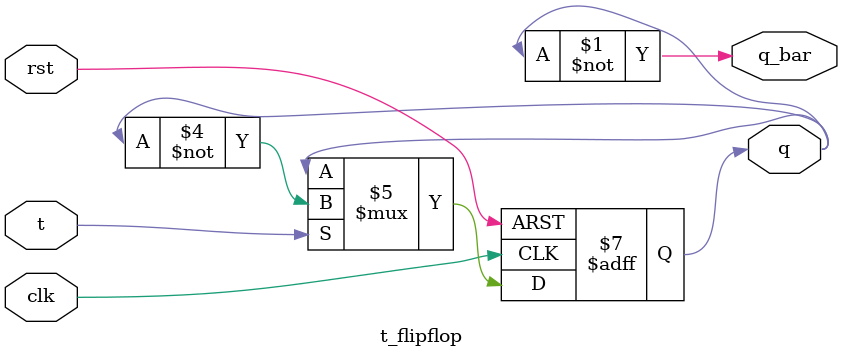
<source format=v>
`timescale 1ns / 1ps

module t_flipflop (
    input t,
    input clk,
    input rst,
    output reg q,
    output q_bar
);
    
    assign q_bar = ~q;

    always @(posedge clk or negedge rst) begin
        if (!rst) begin
            q <= 0;  
        end else if (t) begin
            q <= ~q;  
        end
        
    end
endmodule

</source>
